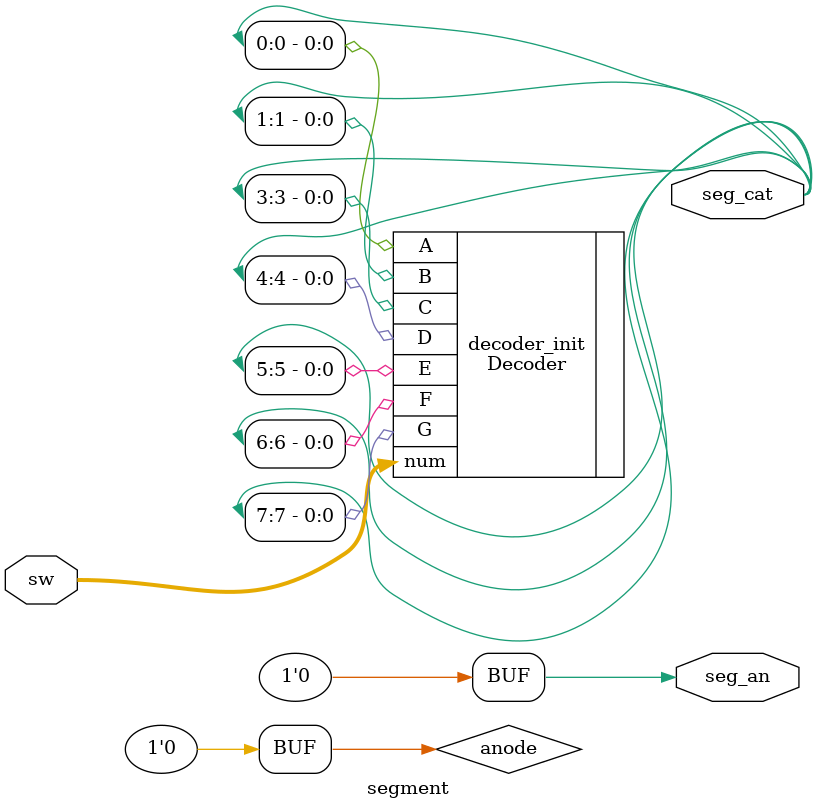
<source format=v>
`timescale 1ns / 1ps

module segment(input [3:0] sw, output [7:0] seg_cat, output reg seg_an);

supply0 anode;
always @(*) begin
seg_an = anode; // the seven segment anode has a inverted relationship, so must be driven to a zero to be on
end
Decoder decoder_init (.num(sw), . A(seg_cat[0]), .B(seg_cat[1]), .C(seg_cat[2]), .C(seg_cat[3]), .D(seg_cat[4]), .E(seg_cat[5]), .F(seg_cat[6]), .G(seg_cat[7]));
// instatiated Decoder module taht determines which cathodes of the seven segment display should be driven to a 1 based on the binary number being inputed from the switches

endmodule

</source>
